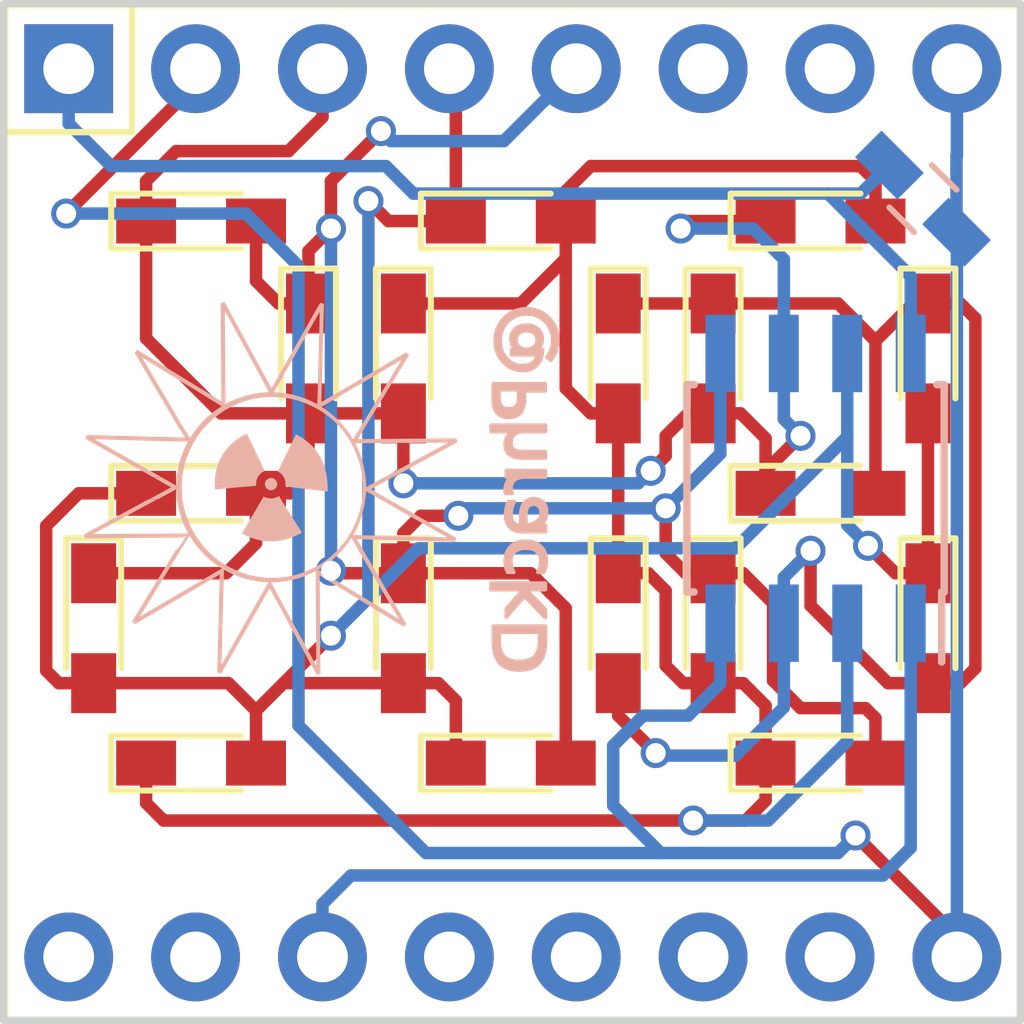
<source format=kicad_pcb>
(kicad_pcb (version 4) (host pcbnew 4.0.7-e2-6376~58~ubuntu16.04.1)
  (title_block (title 2017-208-saintcon-minibadge) (date 2017-10-16) (rev 1.0) (company @PhrackD))
  (layers (0 F.Cu signal hide) (31 B.Cu signal hide) (34 B.Paste user) (35 F.Paste user) (36 B.SilkS user) (37 F.SilkS user) (38 B.Mask user) (39 F.Mask user) (44 Edge.Cuts user))
  (net 0 "")
  (net 1 "Net-(D1-Pad1)")
  (net 2 "Net-(D1-Pad2)")
  (net 3 "Net-(M1-Pad7)")
  (net 4 "Net-(M1-Pad10)")
  (net 5 "Net-(M1-Pad6)")
  (net 6 "Net-(M1-Pad16)")
  (net 7 "Net-(M1-Pad15)")
  (net 8 "Net-(M1-Pad14)")
  (net 9 "Net-(M1-Pad13)")
  (net 10 "Net-(M1-Pad12)")
  (net 11 "Net-(M1-Pad11)")
  (net 12 "Net-(D10-Pad2)")
  (net 13 "Net-(D11-Pad1)")
  (net 14 "Net-(D13-Pad1)")
  (net 15 "Net-(C1-Pad1)")
  (net 16 "Net-(C1-Pad2)")
  (module LEDs:LED_0603_HandSoldering (layer F.Cu) (at 115.6 110.55)
    (fp_text reference D6 hide)
    (fp_text value LED hide)
    (pad 1 smd rect (at -1.1 0) (size 1.2 0.9) (layers F.Cu F.Paste F.Mask) (net 12 "Net-(D10-Pad2)"))
    (pad 2 smd rect (at 1.1 0) (size 1.2 0.9) (layers F.Cu F.Paste F.Mask) (net 13 "Net-(D11-Pad1)"))
  )
  (module LEDs:LED_0603_HandSoldering (layer F.Cu) (at 117.75 118.7 270)
    (fp_text reference D8 hide)
    (fp_text value LED hide)
    (pad 1 smd rect (at -1.1 0 270) (size 1.2 0.9) (layers F.Cu F.Paste F.Mask) (net 13 "Net-(D11-Pad1)"))
    (pad 2 smd rect (at 1.1 0 270) (size 1.2 0.9) (layers F.Cu F.Paste F.Mask) (net 14 "Net-(D13-Pad1)"))
  )
  (module minibadge:MiniBadge-BADGE64-FOOTPRINT (layer F.Cu) (at 106.75 107.5)
    (fp_text reference M1 hide)
    (fp_text value BADGE64FOOTPRINT hide)
    (pad 7 thru_hole circle (at 15.24 0) (size 1.778 1.778) (drill 1.016) (layers *.Cu *.Paste *.Mask) (net 3 "Net-(M1-Pad7)"))
    (pad 10 thru_hole circle (at 15.24 17.78) (size 1.778 1.778) (drill 1.016) (layers *.Cu *.Paste *.Mask) (net 4 "Net-(M1-Pad10)"))
    (pad 1 thru_hole rect (at 0 0) (size 1.778 1.778) (drill 1.016) (layers *.Cu *.Paste *.Mask) (net 15 "Net-(C1-Pad1)"))
    (pad 6 thru_hole circle (at 12.7 0) (size 1.778 1.778) (drill 1.016) (layers *.Cu *.Paste *.Mask) (net 5 "Net-(M1-Pad6)"))
    (pad 2 thru_hole circle (at 2.54 0) (size 1.778 1.778) (drill 1.016) (layers *.Cu *.Paste *.Mask) (net 16 "Net-(C1-Pad2)"))
    (pad 8 thru_hole circle (at 17.78 0) (size 1.778 1.778) (drill 1.016) (layers *.Cu *.Paste *.Mask) (net 16 "Net-(C1-Pad2)"))
    (pad 9 thru_hole circle (at 17.78 17.78) (size 1.778 1.778) (drill 1.016) (layers *.Cu *.Paste *.Mask) (net 16 "Net-(C1-Pad2)"))
    (pad 3 thru_hole circle (at 5.08 0) (size 1.778 1.778) (drill 1.016) (layers *.Cu *.Paste *.Mask) (net 1 "Net-(D1-Pad1)"))
    (pad 5 thru_hole circle (at 10.16 0) (size 1.778 1.778) (drill 1.016) (layers *.Cu *.Paste *.Mask) (net 2 "Net-(D1-Pad2)"))
    (pad 16 thru_hole circle (at 0 17.78) (size 1.778 1.778) (drill 1.016) (layers *.Cu *.Paste *.Mask) (net 6 "Net-(M1-Pad16)"))
    (pad 15 thru_hole circle (at 2.54 17.78) (size 1.778 1.778) (drill 1.016) (layers *.Cu *.Paste *.Mask) (net 7 "Net-(M1-Pad15)"))
    (pad 14 thru_hole circle (at 5.08 17.78) (size 1.778 1.778) (drill 1.016) (layers *.Cu *.Paste *.Mask) (net 8 "Net-(M1-Pad14)"))
    (pad 13 thru_hole circle (at 7.62 17.78) (size 1.778 1.778) (drill 1.016) (layers *.Cu *.Paste *.Mask) (net 9 "Net-(M1-Pad13)"))
    (pad 4 thru_hole circle (at 7.62 0) (size 1.778 1.778) (drill 1.016) (layers *.Cu *.Paste *.Mask) (net 12 "Net-(D10-Pad2)"))
    (pad 12 thru_hole circle (at 10.16 17.78) (size 1.778 1.778) (drill 1.016) (layers *.Cu *.Paste *.Mask) (net 10 "Net-(M1-Pad12)"))
    (pad 11 thru_hole circle (at 12.7 17.78) (size 1.778 1.778) (drill 1.016) (layers *.Cu *.Paste *.Mask) (net 11 "Net-(M1-Pad11)"))
  )
  (module LEDs:LED_0603_HandSoldering (layer F.Cu) (at 111.55 113.3 270)
    (fp_text reference D2 hide)
    (fp_text value LED hide)
    (pad 1 smd rect (at -1.1 0 270) (size 1.2 0.9) (layers F.Cu F.Paste F.Mask) (net 2 "Net-(D1-Pad2)"))
    (pad 2 smd rect (at 1.1 0 270) (size 1.2 0.9) (layers F.Cu F.Paste F.Mask) (net 1 "Net-(D1-Pad1)"))
  )
  (module LEDs:LED_0603_HandSoldering (layer F.Cu) (at 109.4 110.55)
    (fp_text reference D1 hide)
    (fp_text value LED hide)
    (pad 1 smd rect (at -1.1 0) (size 1.2 0.9) (layers F.Cu F.Paste F.Mask) (net 1 "Net-(D1-Pad1)"))
    (pad 2 smd rect (at 1.1 0) (size 1.2 0.9) (layers F.Cu F.Paste F.Mask) (net 2 "Net-(D1-Pad2)"))
  )
  (module LEDs:LED_0603_HandSoldering (layer F.Cu) (at 109.4 116)
    (fp_text reference D3 hide)
    (fp_text value LED hide)
    (pad 1 smd rect (at -1.1 0) (size 1.2 0.9) (layers F.Cu F.Paste F.Mask) (net 12 "Net-(D10-Pad2)"))
    (pad 2 smd rect (at 1.1 0) (size 1.2 0.9) (layers F.Cu F.Paste F.Mask) (net 1 "Net-(D1-Pad1)"))
  )
  (module LEDs:LED_0603_HandSoldering (layer F.Cu) (at 107.25 118.7 270)
    (fp_text reference D4 hide)
    (fp_text value LED hide)
    (pad 1 smd rect (at -1.1 0 270) (size 1.2 0.9) (layers F.Cu F.Paste F.Mask) (net 1 "Net-(D1-Pad1)"))
    (pad 2 smd rect (at 1.1 0 270) (size 1.2 0.9) (layers F.Cu F.Paste F.Mask) (net 12 "Net-(D10-Pad2)"))
  )
  (module LEDs:LED_0603_HandSoldering (layer F.Cu) (at 109.4 121.4)
    (fp_text reference D5 hide)
    (fp_text value LED hide)
    (pad 1 smd rect (at -1.1 0) (size 1.2 0.9) (layers F.Cu F.Paste F.Mask) (net 13 "Net-(D11-Pad1)"))
    (pad 2 smd rect (at 1.1 0) (size 1.2 0.9) (layers F.Cu F.Paste F.Mask) (net 12 "Net-(D10-Pad2)"))
  )
  (module LEDs:LED_0603_HandSoldering (layer F.Cu) (at 117.75 113.3 270)
    (fp_text reference D7 hide)
    (fp_text value LED hide)
    (pad 1 smd rect (at -1.1 0 270) (size 1.2 0.9) (layers F.Cu F.Paste F.Mask) (net 14 "Net-(D13-Pad1)"))
    (pad 2 smd rect (at 1.1 0 270) (size 1.2 0.9) (layers F.Cu F.Paste F.Mask) (net 13 "Net-(D11-Pad1)"))
  )
  (module Housings_SOIC:SOIC-8_3.9x4.9mm_Pitch1.27mm (layer B.Cu) (at 121.7 115.9 90)
    (fp_text reference U1 hide)
    (fp_text value ATTINY13-20SSU hide)
    (pad 1 smd rect (at -2.7 1.905 90) (size 1.55 0.6) (layers B.Cu B.Paste B.Mask) (net 8 "Net-(M1-Pad14)"))
    (pad 2 smd rect (at -2.7 0.635 90) (size 1.55 0.6) (layers B.Cu B.Paste B.Mask) (net 13 "Net-(D11-Pad1)"))
    (pad 3 smd rect (at -2.7 -0.635 90) (size 1.55 0.6) (layers B.Cu B.Paste B.Mask) (net 14 "Net-(D13-Pad1)"))
    (pad 4 smd rect (at -2.7 -1.905 90) (size 1.55 0.6) (layers B.Cu B.Paste B.Mask) (net 16 "Net-(C1-Pad2)"))
    (pad 5 smd rect (at 2.7 -1.905 90) (size 1.55 0.6) (layers B.Cu B.Paste B.Mask) (net 2 "Net-(D1-Pad2)"))
    (pad 6 smd rect (at 2.7 -0.635 90) (size 1.55 0.6) (layers B.Cu B.Paste B.Mask) (net 1 "Net-(D1-Pad1)"))
    (pad 7 smd rect (at 2.7 0.635 90) (size 1.55 0.6) (layers B.Cu B.Paste B.Mask) (net 12 "Net-(D10-Pad2)"))
    (pad 8 smd rect (at 2.7 1.905 90) (size 1.55 0.6) (layers B.Cu B.Paste B.Mask) (net 15 "Net-(C1-Pad1)"))
  )
  (module LEDs:LED_0603_HandSoldering (layer F.Cu) (at 115.6 121.4)
    (fp_text reference D9 hide)
    (fp_text value LED hide)
    (pad 1 smd rect (at -1.1 0) (size 1.2 0.9) (layers F.Cu F.Paste F.Mask) (net 12 "Net-(D10-Pad2)"))
    (pad 2 smd rect (at 1.1 0) (size 1.2 0.9) (layers F.Cu F.Paste F.Mask) (net 2 "Net-(D1-Pad2)"))
  )
  (module LEDs:LED_0603_HandSoldering (layer F.Cu) (at 113.45 118.7 270)
    (fp_text reference D10 hide)
    (fp_text value LED hide)
    (pad 1 smd rect (at -1.1 0 270) (size 1.2 0.9) (layers F.Cu F.Paste F.Mask) (net 2 "Net-(D1-Pad2)"))
    (pad 2 smd rect (at 1.1 0 270) (size 1.2 0.9) (layers F.Cu F.Paste F.Mask) (net 12 "Net-(D10-Pad2)"))
  )
  (module LEDs:LED_0603_HandSoldering (layer F.Cu) (at 113.45 113.3 270)
    (fp_text reference D11 hide)
    (fp_text value LED hide)
    (pad 1 smd rect (at -1.1 0 270) (size 1.2 0.9) (layers F.Cu F.Paste F.Mask) (net 13 "Net-(D11-Pad1)"))
    (pad 2 smd rect (at 1.1 0 270) (size 1.2 0.9) (layers F.Cu F.Paste F.Mask) (net 1 "Net-(D1-Pad1)"))
  )
  (module LEDs:LED_0603_HandSoldering (layer F.Cu) (at 121.8 110.55)
    (fp_text reference D12 hide)
    (fp_text value LED hide)
    (pad 1 smd rect (at -1.1 0) (size 1.2 0.9) (layers F.Cu F.Paste F.Mask) (net 1 "Net-(D1-Pad1)"))
    (pad 2 smd rect (at 1.1 0) (size 1.2 0.9) (layers F.Cu F.Paste F.Mask) (net 13 "Net-(D11-Pad1)"))
  )
  (module LEDs:LED_0603_HandSoldering (layer F.Cu) (at 123.95 113.3 270)
    (fp_text reference D13 hide)
    (fp_text value LED hide)
    (pad 1 smd rect (at -1.1 0 270) (size 1.2 0.9) (layers F.Cu F.Paste F.Mask) (net 14 "Net-(D13-Pad1)"))
    (pad 2 smd rect (at 1.1 0 270) (size 1.2 0.9) (layers F.Cu F.Paste F.Mask) (net 12 "Net-(D10-Pad2)"))
  )
  (module LEDs:LED_0603_HandSoldering (layer F.Cu) (at 123.95 118.7 270)
    (fp_text reference D14 hide)
    (fp_text value LED hide)
    (pad 1 smd rect (at -1.1 0 270) (size 1.2 0.9) (layers F.Cu F.Paste F.Mask) (net 12 "Net-(D10-Pad2)"))
    (pad 2 smd rect (at 1.1 0 270) (size 1.2 0.9) (layers F.Cu F.Paste F.Mask) (net 14 "Net-(D13-Pad1)"))
  )
  (module LEDs:LED_0603_HandSoldering (layer F.Cu) (at 121.8 121.4)
    (fp_text reference D15 hide)
    (fp_text value LED hide)
    (pad 1 smd rect (at -1.1 0) (size 1.2 0.9) (layers F.Cu F.Paste F.Mask) (net 13 "Net-(D11-Pad1)"))
    (pad 2 smd rect (at 1.1 0) (size 1.2 0.9) (layers F.Cu F.Paste F.Mask) (net 2 "Net-(D1-Pad2)"))
  )
  (module LEDs:LED_0603_HandSoldering (layer F.Cu) (at 119.65 118.7 270)
    (fp_text reference D16 hide)
    (fp_text value LED hide)
    (pad 1 smd rect (at -1.1 0 270) (size 1.2 0.9) (layers F.Cu F.Paste F.Mask) (net 2 "Net-(D1-Pad2)"))
    (pad 2 smd rect (at 1.1 0 270) (size 1.2 0.9) (layers F.Cu F.Paste F.Mask) (net 13 "Net-(D11-Pad1)"))
  )
  (module LEDs:LED_0603_HandSoldering (layer F.Cu) (at 119.65 113.3 270)
    (fp_text reference D17 hide)
    (fp_text value LED hide)
    (pad 1 smd rect (at -1.1 0 270) (size 1.2 0.9) (layers F.Cu F.Paste F.Mask) (net 14 "Net-(D13-Pad1)"))
    (pad 2 smd rect (at 1.1 0 270) (size 1.2 0.9) (layers F.Cu F.Paste F.Mask) (net 1 "Net-(D1-Pad1)"))
  )
  (module LEDs:LED_0603_HandSoldering (layer F.Cu) (at 121.8 116)
    (fp_text reference D18 hide)
    (fp_text value LED hide)
    (pad 1 smd rect (at -1.1 0) (size 1.2 0.9) (layers F.Cu F.Paste F.Mask) (net 1 "Net-(D1-Pad1)"))
    (pad 2 smd rect (at 1.1 0) (size 1.2 0.9) (layers F.Cu F.Paste F.Mask) (net 14 "Net-(D13-Pad1)"))
  )
  (module Capacitors_SMD:C_0603_HandSoldering (layer B.Cu) (at 123.85 110.1 315)
    (fp_text reference C1 hide)
    (fp_text value C hide)
    (pad 1 smd rect (at -0.95 0 315) (size 1.2 0.75) (layers B.Cu B.Paste B.Mask) (net 15 "Net-(C1-Pad1)"))
    (pad 2 smd rect (at 0.95 0 315) (size 1.2 0.75) (layers B.Cu B.Paste B.Mask) (net 16 "Net-(C1-Pad2)"))
  )
  (module minibadge:img (layer B.Cu) (at 111.8 115.9)
    (fp_text reference img hide)
    (fp_text value "" hide)
  )
  (gr_line (start 105.45 126.55) (end 105.45 106.2) (angle 90) (layer Edge.Cuts) (width 0.15))
  (gr_line (start 125.8 126.55) (end 105.45 126.55) (angle 90) (layer Edge.Cuts) (width 0.15))
  (gr_line (start 125.8 106.2) (end 125.8 126.55) (angle 90) (layer Edge.Cuts) (width 0.15))
  (gr_line (start 105.45 106.2) (end 125.8 106.2) (angle 90) (layer Edge.Cuts) (width 0.15))
  (segment (start 119.65 114.4) (end 119.15 114.4) (width 0.25) (layer F.Cu) (net 1))
  (segment (start 113.45 115.8) (end 113.45 114.4) (width 0.25) (layer F.Cu) (net 1))
  (via (at 113.45 115.8) (size 0.6) (drill 0.4) (layers F.Cu B.Cu) (net 1))
  (segment (start 118.15 115.8) (end 113.45 115.8) (width 0.25) (layer B.Cu) (net 1))
  (segment (start 118.4 115.55) (end 118.15 115.8) (width 0.25) (layer B.Cu) (net 1))
  (via (at 118.4 115.55) (size 0.6) (drill 0.4) (layers F.Cu B.Cu) (net 1))
  (segment (start 118.7 115.25) (end 118.4 115.55) (width 0.25) (layer F.Cu) (net 1))
  (segment (start 118.7 114.85) (end 118.7 115.25) (width 0.25) (layer F.Cu) (net 1))
  (segment (start 119.15 114.4) (end 118.7 114.85) (width 0.25) (layer F.Cu) (net 1))
  (segment (start 121.065 113.2) (end 121.065 114.515) (width 0.25) (layer B.Cu) (net 1))
  (segment (start 121.4 114.85) (end 120.7 115.55) (width 0.25) (layer F.Cu) (net 1))
  (via (at 121.4 114.85) (size 0.6) (drill 0.4) (layers F.Cu B.Cu) (net 1))
  (segment (start 121.065 114.515) (end 121.4 114.85) (width 0.25) (layer B.Cu) (net 1))
  (segment (start 120.7 115.55) (end 120.7 116) (width 0.25) (layer F.Cu) (net 1))
  (segment (start 121.065 113.2) (end 121.065 111.315) (width 0.25) (layer B.Cu) (net 1))
  (segment (start 119.15 110.55) (end 120.7 110.55) (width 0.25) (layer F.Cu) (net 1))
  (segment (start 119 110.7) (end 119.15 110.55) (width 0.25) (layer F.Cu) (net 1))
  (via (at 119 110.7) (size 0.6) (drill 0.4) (layers F.Cu B.Cu) (net 1))
  (segment (start 120.45 110.7) (end 119 110.7) (width 0.25) (layer B.Cu) (net 1))
  (segment (start 121.065 111.315) (end 120.45 110.7) (width 0.25) (layer B.Cu) (net 1))
  (segment (start 111.55 114.4) (end 113.45 114.4) (width 0.25) (layer F.Cu) (net 1))
  (segment (start 107.25 117.6) (end 109.9 117.6) (width 0.25) (layer F.Cu) (net 1))
  (segment (start 110.5 117) (end 110.5 116) (width 0.25) (layer F.Cu) (net 1))
  (segment (start 109.9 117.6) (end 110.5 117) (width 0.25) (layer F.Cu) (net 1))
  (segment (start 110.5 116) (end 111.2 116) (width 0.25) (layer F.Cu) (net 1))
  (segment (start 111.55 115.65) (end 111.55 114.4) (width 0.25) (layer F.Cu) (net 1))
  (segment (start 111.2 116) (end 111.55 115.65) (width 0.25) (layer F.Cu) (net 1))
  (segment (start 108.3 110.55) (end 108.3 112.9) (width 0.25) (layer F.Cu) (net 1))
  (segment (start 109.8 114.4) (end 111.55 114.4) (width 0.25) (layer F.Cu) (net 1))
  (segment (start 108.3 112.9) (end 109.8 114.4) (width 0.25) (layer F.Cu) (net 1))
  (segment (start 108.3 110.55) (end 108.3 109.75) (width 0.25) (layer F.Cu) (net 1))
  (segment (start 111.83 108.47) (end 111.83 107.5) (width 0.25) (layer F.Cu) (net 1))
  (segment (start 111.15 109.15) (end 111.83 108.47) (width 0.25) (layer F.Cu) (net 1))
  (segment (start 108.9 109.15) (end 111.15 109.15) (width 0.25) (layer F.Cu) (net 1))
  (segment (start 108.3 109.75) (end 108.9 109.15) (width 0.25) (layer F.Cu) (net 1))
  (segment (start 120.7 116) (end 120.7 114.9) (width 0.25) (layer F.Cu) (net 1))
  (segment (start 120.2 114.4) (end 119.65 114.4) (width 0.25) (layer F.Cu) (net 1))
  (segment (start 120.7 114.9) (end 120.2 114.4) (width 0.25) (layer F.Cu) (net 1))
  (segment (start 113.45 117.6) (end 113.45 116.8) (width 0.25) (layer F.Cu) (net 2))
  (segment (start 114.7 116.3) (end 118.7 116.3) (width 0.25) (layer B.Cu) (net 2))
  (segment (start 114.55 116.45) (end 114.7 116.3) (width 0.25) (layer B.Cu) (net 2))
  (via (at 114.55 116.45) (size 0.6) (drill 0.4) (layers F.Cu B.Cu) (net 2))
  (segment (start 113.8 116.45) (end 114.55 116.45) (width 0.25) (layer F.Cu) (net 2))
  (segment (start 113.45 116.8) (end 113.8 116.45) (width 0.25) (layer F.Cu) (net 2))
  (segment (start 112 110.7) (end 112 109.75) (width 0.25) (layer F.Cu) (net 2))
  (segment (start 115.46 108.95) (end 116.91 107.5) (width 0.25) (layer B.Cu) (net 2))
  (segment (start 113.2 108.95) (end 115.46 108.95) (width 0.25) (layer B.Cu) (net 2))
  (segment (start 113 108.75) (end 113.2 108.95) (width 0.25) (layer B.Cu) (net 2))
  (via (at 113 108.75) (size 0.6) (drill 0.4) (layers F.Cu B.Cu) (net 2))
  (segment (start 112 109.75) (end 113 108.75) (width 0.25) (layer F.Cu) (net 2))
  (segment (start 119.65 117.6) (end 120.25 117.6) (width 0.25) (layer F.Cu) (net 2))
  (segment (start 122.9 120.5) (end 122.9 121.4) (width 0.25) (layer F.Cu) (net 2))
  (segment (start 122.7 120.3) (end 122.9 120.5) (width 0.25) (layer F.Cu) (net 2))
  (segment (start 121.4 120.3) (end 122.7 120.3) (width 0.25) (layer F.Cu) (net 2))
  (segment (start 120.85 119.75) (end 121.4 120.3) (width 0.25) (layer F.Cu) (net 2))
  (segment (start 120.85 118.2) (end 120.85 119.75) (width 0.25) (layer F.Cu) (net 2))
  (segment (start 120.25 117.6) (end 120.85 118.2) (width 0.25) (layer F.Cu) (net 2))
  (segment (start 111.55 112.2) (end 111.55 111.15) (width 0.25) (layer F.Cu) (net 2))
  (segment (start 112.05 117.6) (end 113.45 117.6) (width 0.25) (layer F.Cu) (net 2))
  (via (at 112 110.7) (size 0.6) (drill 0.4) (layers F.Cu B.Cu) (net 2))
  (segment (start 112 110.7) (end 112 117.55) (width 0.25) (layer B.Cu) (net 2))
  (via (at 112 117.55) (size 0.6) (drill 0.4) (layers F.Cu B.Cu) (net 2))
  (segment (start 112 117.55) (end 112.05 117.6) (width 0.25) (layer F.Cu) (net 2))
  (segment (start 111.55 111.15) (end 112 110.7) (width 0.25) (layer F.Cu) (net 2))
  (segment (start 119.65 117.6) (end 119.1 117.6) (width 0.25) (layer F.Cu) (net 2))
  (segment (start 119.1 117.6) (end 118.7 117.2) (width 0.25) (layer F.Cu) (net 2))
  (segment (start 118.7 117.2) (end 118.7 116.3) (width 0.25) (layer F.Cu) (net 2))
  (via (at 118.7 116.3) (size 0.6) (drill 0.4) (layers F.Cu B.Cu) (net 2))
  (segment (start 119.795 115.205) (end 119.795 113.2) (width 0.25) (layer B.Cu) (net 2))
  (segment (start 118.7 116.3) (end 119.795 115.205) (width 0.25) (layer B.Cu) (net 2))
  (segment (start 118.7 116.3) (end 118.7 116.3) (width 0.25) (layer B.Cu) (net 2))
  (segment (start 110.5 110.55) (end 110.5 111.75) (width 0.25) (layer F.Cu) (net 2))
  (segment (start 110.95 112.2) (end 111.55 112.2) (width 0.25) (layer F.Cu) (net 2))
  (segment (start 110.5 111.75) (end 110.95 112.2) (width 0.25) (layer F.Cu) (net 2))
  (segment (start 113.45 117.6) (end 116 117.6) (width 0.25) (layer F.Cu) (net 2))
  (segment (start 116.7 118.3) (end 116.7 121.4) (width 0.25) (layer F.Cu) (net 2))
  (segment (start 116 117.6) (end 116.7 118.3) (width 0.25) (layer F.Cu) (net 2))
  (segment (start 123.605 118.6) (end 123.605 123.095) (width 0.25) (layer B.Cu) (net 8))
  (segment (start 111.83 124.22) (end 111.83 125.28) (width 0.25) (layer B.Cu) (net 8))
  (segment (start 112.4 123.65) (end 111.83 124.22) (width 0.25) (layer B.Cu) (net 8))
  (segment (start 123.05 123.65) (end 112.4 123.65) (width 0.25) (layer B.Cu) (net 8))
  (segment (start 123.605 123.095) (end 123.05 123.65) (width 0.25) (layer B.Cu) (net 8))
  (segment (start 122.335 114.75) (end 122.335 114.865) (width 0.25) (layer B.Cu) (net 12))
  (segment (start 113.75 117.1) (end 112.75 118.1) (width 0.25) (layer B.Cu) (net 12))
  (segment (start 120.1 117.1) (end 113.75 117.1) (width 0.25) (layer B.Cu) (net 12))
  (segment (start 122.335 114.865) (end 120.1 117.1) (width 0.25) (layer B.Cu) (net 12))
  (segment (start 111.05 119.8) (end 112 118.85) (width 0.25) (layer F.Cu) (net 12))
  (via (at 112 118.85) (size 0.6) (drill 0.4) (layers F.Cu B.Cu) (net 12))
  (segment (start 112 118.85) (end 112.75 118.1) (width 0.25) (layer B.Cu) (net 12))
  (segment (start 113.15 110.55) (end 114.5 110.55) (width 0.25) (layer F.Cu) (net 12))
  (segment (start 112.75 118.1) (end 112.75 110.15) (width 0.25) (layer B.Cu) (net 12))
  (via (at 112.75 110.15) (size 0.6) (drill 0.4) (layers F.Cu B.Cu) (net 12))
  (segment (start 112.75 110.15) (end 113.15 110.55) (width 0.25) (layer F.Cu) (net 12))
  (segment (start 122.335 113.2) (end 122.335 114.75) (width 0.25) (layer B.Cu) (net 12))
  (segment (start 122.335 114.75) (end 122.335 116.635) (width 0.25) (layer B.Cu) (net 12))
  (segment (start 123.3 117.6) (end 123.95 117.6) (width 0.25) (layer F.Cu) (net 12))
  (segment (start 122.75 117.05) (end 123.3 117.6) (width 0.25) (layer F.Cu) (net 12))
  (via (at 122.75 117.05) (size 0.6) (drill 0.4) (layers F.Cu B.Cu) (net 12))
  (segment (start 122.335 116.635) (end 122.75 117.05) (width 0.25) (layer B.Cu) (net 12))
  (segment (start 107.25 119.8) (end 106.55 119.8) (width 0.25) (layer F.Cu) (net 12))
  (segment (start 106.95 116) (end 108.3 116) (width 0.25) (layer F.Cu) (net 12))
  (segment (start 106.3 116.65) (end 106.95 116) (width 0.25) (layer F.Cu) (net 12))
  (segment (start 106.3 119.55) (end 106.3 116.65) (width 0.25) (layer F.Cu) (net 12))
  (segment (start 106.55 119.8) (end 106.3 119.55) (width 0.25) (layer F.Cu) (net 12))
  (segment (start 110.5 120.35) (end 111.05 119.8) (width 0.25) (layer F.Cu) (net 12))
  (segment (start 111.05 119.8) (end 113.45 119.8) (width 0.25) (layer F.Cu) (net 12))
  (segment (start 110.5 121.4) (end 110.5 120.35) (width 0.25) (layer F.Cu) (net 12))
  (segment (start 109.95 119.8) (end 107.25 119.8) (width 0.25) (layer F.Cu) (net 12))
  (segment (start 110.5 120.35) (end 109.95 119.8) (width 0.25) (layer F.Cu) (net 12))
  (segment (start 123.95 117.6) (end 123.95 114.4) (width 0.25) (layer F.Cu) (net 12))
  (segment (start 114.5 121.4) (end 114.5 120.15) (width 0.25) (layer F.Cu) (net 12))
  (segment (start 114.5 120.15) (end 114.15 119.8) (width 0.25) (layer F.Cu) (net 12))
  (segment (start 114.15 119.8) (end 113.45 119.8) (width 0.25) (layer F.Cu) (net 12))
  (segment (start 114.5 110.55) (end 114.5 107.63) (width 0.25) (layer F.Cu) (net 12))
  (segment (start 114.5 107.63) (end 114.37 107.5) (width 0.25) (layer F.Cu) (net 12))
  (segment (start 122.335 118.6) (end 122.335 120.965) (width 0.25) (layer B.Cu) (net 13))
  (via (at 119.25 122.55) (size 0.6) (drill 0.4) (layers F.Cu B.Cu) (net 13))
  (segment (start 120.75 122.55) (end 119.25 122.55) (width 0.25) (layer B.Cu) (net 13))
  (segment (start 122.335 120.965) (end 120.75 122.55) (width 0.25) (layer B.Cu) (net 13))
  (segment (start 120.7 121.4) (end 120.7 122.15) (width 0.25) (layer F.Cu) (net 13))
  (segment (start 108.3 122.2) (end 108.3 121.4) (width 0.25) (layer F.Cu) (net 13))
  (segment (start 108.65 122.55) (end 108.3 122.2) (width 0.25) (layer F.Cu) (net 13))
  (segment (start 120.3 122.55) (end 119.25 122.55) (width 0.25) (layer F.Cu) (net 13))
  (segment (start 119.25 122.55) (end 108.65 122.55) (width 0.25) (layer F.Cu) (net 13))
  (segment (start 120.7 122.15) (end 120.3 122.55) (width 0.25) (layer F.Cu) (net 13))
  (segment (start 117.75 117.6) (end 118.35 117.6) (width 0.25) (layer F.Cu) (net 13))
  (segment (start 119.05 119.8) (end 119.65 119.8) (width 0.25) (layer F.Cu) (net 13))
  (segment (start 118.7 119.45) (end 119.05 119.8) (width 0.25) (layer F.Cu) (net 13))
  (segment (start 118.7 117.95) (end 118.7 119.45) (width 0.25) (layer F.Cu) (net 13))
  (segment (start 118.35 117.6) (end 118.7 117.95) (width 0.25) (layer F.Cu) (net 13))
  (segment (start 117.75 114.4) (end 117.75 117.6) (width 0.25) (layer F.Cu) (net 13))
  (segment (start 120.7 121.4) (end 120.7 120.25) (width 0.25) (layer F.Cu) (net 13))
  (segment (start 120.7 120.25) (end 120.25 119.8) (width 0.25) (layer F.Cu) (net 13))
  (segment (start 120.25 119.8) (end 119.65 119.8) (width 0.25) (layer F.Cu) (net 13))
  (segment (start 122.9 110.55) (end 122.9 109.75) (width 0.25) (layer F.Cu) (net 13))
  (segment (start 116.7 109.95) (end 116.7 110.55) (width 0.25) (layer F.Cu) (net 13))
  (segment (start 117.2 109.45) (end 116.7 109.95) (width 0.25) (layer F.Cu) (net 13))
  (segment (start 122.6 109.45) (end 117.2 109.45) (width 0.25) (layer F.Cu) (net 13))
  (segment (start 122.9 109.75) (end 122.6 109.45) (width 0.25) (layer F.Cu) (net 13))
  (segment (start 117.75 114.4) (end 117.2 114.4) (width 0.25) (layer F.Cu) (net 13))
  (segment (start 116.7 113.9) (end 116.7 111.3) (width 0.25) (layer F.Cu) (net 13))
  (segment (start 117.2 114.4) (end 116.7 113.9) (width 0.25) (layer F.Cu) (net 13))
  (segment (start 116.7 110.55) (end 116.7 111.3) (width 0.25) (layer F.Cu) (net 13))
  (segment (start 115.8 112.2) (end 113.45 112.2) (width 0.25) (layer F.Cu) (net 13))
  (segment (start 116.7 111.3) (end 115.8 112.2) (width 0.25) (layer F.Cu) (net 13))
  (segment (start 123.95 119.8) (end 123.15 119.8) (width 0.25) (layer F.Cu) (net 14))
  (segment (start 121.065 117.685) (end 121.065 118.6) (width 0.25) (layer B.Cu) (net 14))
  (segment (start 121.6 117.15) (end 121.065 117.685) (width 0.25) (layer B.Cu) (net 14))
  (via (at 121.6 117.15) (size 0.6) (drill 0.4) (layers F.Cu B.Cu) (net 14))
  (segment (start 121.6 118.25) (end 121.6 117.15) (width 0.25) (layer F.Cu) (net 14))
  (segment (start 123.15 119.8) (end 121.6 118.25) (width 0.25) (layer F.Cu) (net 14))
  (segment (start 117.75 119.8) (end 117.75 120.45) (width 0.25) (layer F.Cu) (net 14))
  (segment (start 117.75 120.45) (end 118.5 121.2) (width 0.25) (layer F.Cu) (net 14))
  (via (at 118.5 121.2) (size 0.6) (drill 0.4) (layers F.Cu B.Cu) (net 14))
  (segment (start 118.5 121.2) (end 118.55 121.25) (width 0.25) (layer B.Cu) (net 14))
  (segment (start 118.55 121.25) (end 120.1 121.25) (width 0.25) (layer B.Cu) (net 14))
  (segment (start 120.1 121.25) (end 121.065 120.285) (width 0.25) (layer B.Cu) (net 14))
  (segment (start 121.065 120.285) (end 121.065 118.6) (width 0.25) (layer B.Cu) (net 14))
  (segment (start 123.95 119.8) (end 124.6 119.8) (width 0.25) (layer F.Cu) (net 14))
  (segment (start 124.6 112.2) (end 123.95 112.2) (width 0.25) (layer F.Cu) (net 14))
  (segment (start 124.9 112.5) (end 124.6 112.2) (width 0.25) (layer F.Cu) (net 14))
  (segment (start 124.9 119.5) (end 124.9 112.5) (width 0.25) (layer F.Cu) (net 14))
  (segment (start 124.6 119.8) (end 124.9 119.5) (width 0.25) (layer F.Cu) (net 14))
  (segment (start 117.75 112.2) (end 119.65 112.2) (width 0.25) (layer F.Cu) (net 14))
  (segment (start 123.95 112.2) (end 123.65 112.2) (width 0.25) (layer F.Cu) (net 14))
  (segment (start 123.65 112.2) (end 122.9 112.95) (width 0.25) (layer F.Cu) (net 14))
  (segment (start 119.65 112.2) (end 122.15 112.2) (width 0.25) (layer F.Cu) (net 14))
  (segment (start 122.9 112.95) (end 122.9 116) (width 0.25) (layer F.Cu) (net 14))
  (segment (start 122.15 112.2) (end 122.9 112.95) (width 0.25) (layer F.Cu) (net 14))
  (segment (start 121.95 110) (end 122.606498 110) (width 0.25) (layer B.Cu) (net 15))
  (segment (start 122.606498 110) (end 123.178249 109.428249) (width 0.25) (layer B.Cu) (net 15))
  (segment (start 123.605 113.2) (end 123.605 111.655) (width 0.25) (layer B.Cu) (net 15))
  (segment (start 106.75 108.6) (end 106.75 107.5) (width 0.25) (layer B.Cu) (net 15))
  (segment (start 107.6 109.45) (end 106.75 108.6) (width 0.25) (layer B.Cu) (net 15))
  (segment (start 113.1 109.45) (end 107.6 109.45) (width 0.25) (layer B.Cu) (net 15))
  (segment (start 113.65 110) (end 113.1 109.45) (width 0.25) (layer B.Cu) (net 15))
  (segment (start 121.95 110) (end 113.65 110) (width 0.25) (layer B.Cu) (net 15))
  (segment (start 123.605 111.655) (end 121.95 110) (width 0.25) (layer B.Cu) (net 15))
  (segment (start 106.7 110.4) (end 110.3 110.4) (width 0.25) (layer B.Cu) (net 16))
  (segment (start 111.35 111.45) (end 111.35 120.65) (width 0.25) (layer B.Cu) (net 16))
  (segment (start 110.3 110.4) (end 111.35 111.45) (width 0.25) (layer B.Cu) (net 16))
  (segment (start 124.53 125.28) (end 124.53 110.78) (width 0.25) (layer B.Cu) (net 16))
  (segment (start 124.53 110.78) (end 124.521751 110.771751) (width 0.25) (layer B.Cu) (net 16))
  (segment (start 124.53 107.5) (end 124.53 109.23) (width 0.25) (layer B.Cu) (net 16))
  (segment (start 124.521751 109.238249) (end 124.521751 110.771751) (width 0.25) (layer B.Cu) (net 16))
  (segment (start 124.53 109.23) (end 124.521751 109.238249) (width 0.25) (layer B.Cu) (net 16))
  (segment (start 118.6 123.199998) (end 113.899998 123.199998) (width 0.25) (layer B.Cu) (net 16))
  (segment (start 113.899998 123.199998) (end 111.35 120.65) (width 0.25) (layer B.Cu) (net 16))
  (segment (start 106.7 110.4) (end 109.29 107.81) (width 0.25) (layer F.Cu) (net 16))
  (via (at 106.7 110.4) (size 0.6) (drill 0.4) (layers F.Cu B.Cu) (net 16))
  (segment (start 109.29 107.81) (end 109.29 107.5) (width 0.25) (layer F.Cu) (net 16))
  (segment (start 119.795 118.6) (end 119.795 119.805) (width 0.25) (layer B.Cu) (net 16))
  (segment (start 122.5 122.85) (end 124.53 124.88) (width 0.25) (layer F.Cu) (net 16))
  (via (at 122.5 122.85) (size 0.6) (drill 0.4) (layers F.Cu B.Cu) (net 16))
  (segment (start 122.150002 123.199998) (end 122.5 122.85) (width 0.25) (layer B.Cu) (net 16))
  (segment (start 118.599998 123.199998) (end 118.6 123.199998) (width 0.25) (layer B.Cu) (net 16))
  (segment (start 118.6 123.199998) (end 122.150002 123.199998) (width 0.25) (layer B.Cu) (net 16))
  (segment (start 117.65 122.25) (end 118.599998 123.199998) (width 0.25) (layer B.Cu) (net 16))
  (segment (start 117.65 121.05) (end 117.65 122.25) (width 0.25) (layer B.Cu) (net 16))
  (segment (start 118.25 120.45) (end 117.65 121.05) (width 0.25) (layer B.Cu) (net 16))
  (segment (start 119.15 120.45) (end 118.25 120.45) (width 0.25) (layer B.Cu) (net 16))
  (segment (start 119.795 119.805) (end 119.15 120.45) (width 0.25) (layer B.Cu) (net 16))
  (segment (start 124.53 124.88) (end 124.53 125.28) (width 0.25) (layer F.Cu) (net 16))
)
</source>
